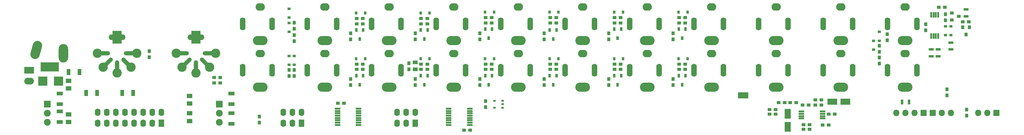
<source format=gbs>
G04 #@! TF.FileFunction,Soldermask,Bot*
%FSLAX46Y46*%
G04 Gerber Fmt 4.6, Leading zero omitted, Abs format (unit mm)*
G04 Created by KiCad (PCBNEW 4.0.2-stable) date 2019-09-27 10:43:36 AM*
%MOMM*%
G01*
G04 APERTURE LIST*
%ADD10C,0.200000*%
%ADD11R,0.900000X1.000000*%
%ADD12R,1.350000X1.100000*%
%ADD13R,1.000000X0.900000*%
%ADD14R,1.100000X1.700000*%
%ADD15R,1.700000X1.100000*%
%ADD16R,1.700000X2.700000*%
%ADD17R,2.700000X1.700000*%
%ADD18R,5.180000X2.640000*%
%ADD19O,2.640000X5.180000*%
%ADD20C,2.640000*%
%ADD21R,0.862000X0.709600*%
%ADD22R,0.709600X0.862000*%
%ADD23R,2.497760X2.497760*%
%ADD24R,1.600000X2.100000*%
%ADD25O,1.600000X2.100000*%
%ADD26O,4.100000X2.600000*%
%ADD27O,2.600000X2.100000*%
%ADD28O,1.600000X3.600000*%
%ADD29R,1.497000X1.243000*%
%ADD30R,2.700000X1.900000*%
%ADD31O,2.700000X1.900000*%
%ADD32R,1.800000X1.800000*%
%ADD33O,1.800000X1.800000*%
%ADD34R,0.801040X1.100760*%
%ADD35R,1.400000X0.800000*%
%ADD36R,2.900000X1.700000*%
%ADD37R,1.600000X0.550000*%
%ADD38C,2.600000*%
%ADD39R,2.600000X3.600000*%
%ADD40O,4.700000X1.550000*%
%ADD41O,4.400000X1.200000*%
%ADD42O,1.200000X4.400000*%
%ADD43C,1.200000*%
%ADD44R,1.900000X1.900000*%
%ADD45C,1.900000*%
%ADD46R,0.800000X1.400000*%
%ADD47R,1.550000X0.550000*%
%ADD48R,0.550000X1.550000*%
%ADD49R,0.800000X0.610000*%
G04 APERTURE END LIST*
D10*
D11*
X120500000Y-76700000D03*
X120500000Y-75000000D03*
D12*
X122250000Y-76750000D03*
X122250000Y-74750000D03*
D13*
X66150000Y-79000000D03*
X67850000Y-79000000D03*
X137600000Y-93750000D03*
X135900000Y-93750000D03*
X100650000Y-86250000D03*
X102350000Y-86250000D03*
D14*
X25500000Y-77500000D03*
X28500000Y-77500000D03*
D15*
X23000000Y-86500000D03*
X23000000Y-83500000D03*
X70950000Y-83500000D03*
X70950000Y-86500000D03*
X23000000Y-91500000D03*
X23000000Y-88500000D03*
X70950000Y-92000000D03*
X70950000Y-89000000D03*
D14*
X33400000Y-83300000D03*
X30400000Y-83300000D03*
X40500000Y-83300000D03*
X43500000Y-83300000D03*
D16*
X226250000Y-92800000D03*
X226250000Y-89200000D03*
D13*
X232350000Y-93500000D03*
X230650000Y-93500000D03*
X235950000Y-92300000D03*
X237650000Y-92300000D03*
X230400000Y-86750000D03*
X232100000Y-86750000D03*
X233900000Y-85250000D03*
X235600000Y-85250000D03*
X270050000Y-59400000D03*
X268350000Y-59400000D03*
D11*
X264750000Y-65800000D03*
X264750000Y-64100000D03*
D17*
X242300000Y-85750000D03*
X238700000Y-85750000D03*
D18*
X20250000Y-76060000D03*
D19*
X24060000Y-72250000D03*
D20*
X16768700Y-70023274D02*
X16111300Y-72476726D01*
D21*
X87000000Y-63755400D03*
X87000000Y-66244600D03*
X87000000Y-59755400D03*
X87000000Y-62244600D03*
X88500000Y-75494600D03*
X88500000Y-73005400D03*
X87000000Y-73005400D03*
X87000000Y-75494600D03*
D22*
X108244600Y-61000000D03*
X105755400Y-61000000D03*
X108244600Y-73750000D03*
X105755400Y-73750000D03*
X126244600Y-61000000D03*
X123755400Y-61000000D03*
X126244600Y-73750000D03*
X123755400Y-73750000D03*
X144244600Y-60750000D03*
X141755400Y-60750000D03*
X144244600Y-73750000D03*
X141755400Y-73750000D03*
X162244600Y-60750000D03*
X159755400Y-60750000D03*
X162244600Y-73750000D03*
X159755400Y-73750000D03*
X180244600Y-60750000D03*
X177755400Y-60750000D03*
X180244600Y-73750000D03*
X177755400Y-73750000D03*
X198244600Y-60750000D03*
X195755400Y-60750000D03*
X198244600Y-73750000D03*
X195755400Y-73750000D03*
D23*
X18300000Y-80040000D03*
X22699280Y-80040000D03*
D21*
X250200000Y-68755400D03*
X250200000Y-71244600D03*
X251750000Y-66255400D03*
X251750000Y-68744600D03*
X270250000Y-64705400D03*
X270250000Y-67194600D03*
X271750000Y-67194600D03*
X271750000Y-64705400D03*
D24*
X122290000Y-91770000D03*
D25*
X122290000Y-88730000D03*
X119750000Y-91770000D03*
X119750000Y-88730000D03*
X117210000Y-91770000D03*
X117210000Y-88730000D03*
D26*
X79000000Y-81700000D03*
D27*
X79000000Y-72300000D03*
D28*
X74100000Y-77000000D03*
X82300000Y-77000000D03*
D26*
X79000000Y-68700000D03*
D27*
X79000000Y-59300000D03*
D28*
X74100000Y-64000000D03*
X82300000Y-64000000D03*
D26*
X97000000Y-68700000D03*
D27*
X97000000Y-59300000D03*
D28*
X92100000Y-64000000D03*
X100300000Y-64000000D03*
D26*
X97000000Y-81700000D03*
D27*
X97000000Y-72300000D03*
D28*
X92100000Y-77000000D03*
X100300000Y-77000000D03*
D26*
X115000000Y-68700000D03*
D27*
X115000000Y-59300000D03*
D28*
X110100000Y-64000000D03*
X118300000Y-64000000D03*
D26*
X115000000Y-81700000D03*
D27*
X115000000Y-72300000D03*
D28*
X110100000Y-77000000D03*
X118300000Y-77000000D03*
D26*
X133000000Y-68700000D03*
D27*
X133000000Y-59300000D03*
D28*
X128100000Y-64000000D03*
X136300000Y-64000000D03*
D26*
X133000000Y-81700000D03*
D27*
X133000000Y-72300000D03*
D28*
X128100000Y-77000000D03*
X136300000Y-77000000D03*
D26*
X151000000Y-68700000D03*
D27*
X151000000Y-59300000D03*
D28*
X146100000Y-64000000D03*
X154300000Y-64000000D03*
D26*
X151000000Y-81700000D03*
D27*
X151000000Y-72300000D03*
D28*
X146100000Y-77000000D03*
X154300000Y-77000000D03*
D26*
X169000000Y-68700000D03*
D27*
X169000000Y-59300000D03*
D28*
X164100000Y-64000000D03*
X172300000Y-64000000D03*
D26*
X169000000Y-81700000D03*
D27*
X169000000Y-72300000D03*
D28*
X164100000Y-77000000D03*
X172300000Y-77000000D03*
D26*
X187000000Y-68700000D03*
D27*
X187000000Y-59300000D03*
D28*
X182100000Y-64000000D03*
X190300000Y-64000000D03*
D26*
X187000000Y-81700000D03*
D27*
X187000000Y-72300000D03*
D28*
X182100000Y-77000000D03*
X190300000Y-77000000D03*
D26*
X205000000Y-68700000D03*
D27*
X205000000Y-59300000D03*
D28*
X200100000Y-64000000D03*
X208300000Y-64000000D03*
D26*
X205000000Y-81700000D03*
D27*
X205000000Y-72300000D03*
D28*
X200100000Y-77000000D03*
X208300000Y-77000000D03*
D26*
X223000000Y-68700000D03*
D27*
X223000000Y-59300000D03*
D28*
X218100000Y-64000000D03*
X226300000Y-64000000D03*
D26*
X223000000Y-81700000D03*
D27*
X223000000Y-72300000D03*
D28*
X218100000Y-77000000D03*
X226300000Y-77000000D03*
D26*
X241000000Y-68700000D03*
D27*
X241000000Y-59300000D03*
D28*
X236100000Y-64000000D03*
X244300000Y-64000000D03*
D26*
X241000000Y-81700000D03*
D27*
X241000000Y-72300000D03*
D28*
X236100000Y-77000000D03*
X244300000Y-77000000D03*
D26*
X259000000Y-81700000D03*
D27*
X259000000Y-72300000D03*
D28*
X254100000Y-77000000D03*
X262300000Y-77000000D03*
D26*
X259000000Y-68700000D03*
D27*
X259000000Y-59300000D03*
D28*
X254100000Y-64000000D03*
X262300000Y-64000000D03*
D29*
X25500000Y-79920500D03*
X25500000Y-82079500D03*
X59250000Y-84170500D03*
X59250000Y-86329500D03*
X25500000Y-91479500D03*
X25500000Y-89320500D03*
X59250000Y-89020500D03*
X59250000Y-91179500D03*
D24*
X90540000Y-91770000D03*
D25*
X90540000Y-88730000D03*
X88000000Y-91770000D03*
X88000000Y-88730000D03*
X85460000Y-91770000D03*
X85460000Y-88730000D03*
D30*
X14500000Y-77000000D03*
D31*
X14500000Y-80040000D03*
D32*
X284480000Y-88900000D03*
D33*
X281940000Y-88900000D03*
X279400000Y-88900000D03*
D34*
X106750000Y-68270000D03*
X107702500Y-65730000D03*
X105797500Y-65730000D03*
X106750000Y-81020000D03*
X107702500Y-78480000D03*
X105797500Y-78480000D03*
X124750000Y-68270000D03*
X125702500Y-65730000D03*
X123797500Y-65730000D03*
X124750000Y-81020000D03*
X125702500Y-78480000D03*
X123797500Y-78480000D03*
X142750000Y-68020000D03*
X143702500Y-65480000D03*
X141797500Y-65480000D03*
X142750000Y-81020000D03*
X143702500Y-78480000D03*
X141797500Y-78480000D03*
X160750000Y-68270000D03*
X161702500Y-65730000D03*
X159797500Y-65730000D03*
X160750000Y-81020000D03*
X161702500Y-78480000D03*
X159797500Y-78480000D03*
X178750000Y-68020000D03*
X179702500Y-65480000D03*
X177797500Y-65480000D03*
X178750000Y-81020000D03*
X179702500Y-78480000D03*
X177797500Y-78480000D03*
X196750000Y-68020000D03*
X197702500Y-65480000D03*
X195797500Y-65480000D03*
X196750000Y-81020000D03*
X197702500Y-78480000D03*
X195797500Y-78480000D03*
D13*
X272000000Y-62900000D03*
X272000000Y-61000000D03*
X274000000Y-61950000D03*
D11*
X275050000Y-64950000D03*
X276950000Y-64950000D03*
X276000000Y-66950000D03*
X78750000Y-89900000D03*
X78750000Y-91600000D03*
D13*
X67850000Y-80500000D03*
X66150000Y-80500000D03*
D11*
X48000000Y-73350000D03*
X48000000Y-71650000D03*
X88500000Y-63650000D03*
X88500000Y-65350000D03*
X88500000Y-76900000D03*
X88500000Y-78600000D03*
D13*
X107600000Y-64000000D03*
X105900000Y-64000000D03*
X107600000Y-76750000D03*
X105900000Y-76750000D03*
X125600000Y-64000000D03*
X123900000Y-64000000D03*
X125600000Y-76750000D03*
X123900000Y-76750000D03*
X105900000Y-62500000D03*
X107600000Y-62500000D03*
X105900000Y-75250000D03*
X107600000Y-75250000D03*
X123900000Y-62500000D03*
X125600000Y-62500000D03*
X123900000Y-75250000D03*
X125600000Y-75250000D03*
D11*
X104250000Y-66650000D03*
X104250000Y-68350000D03*
X104250000Y-79400000D03*
X104250000Y-81100000D03*
X122250000Y-66650000D03*
X122250000Y-68350000D03*
X122250000Y-79400000D03*
X122250000Y-81100000D03*
D13*
X143600000Y-63750000D03*
X141900000Y-63750000D03*
X143600000Y-76750000D03*
X141900000Y-76750000D03*
X161600000Y-63750000D03*
X159900000Y-63750000D03*
X161600000Y-76750000D03*
X159900000Y-76750000D03*
X141900000Y-62250000D03*
X143600000Y-62250000D03*
X141900000Y-75250000D03*
X143600000Y-75250000D03*
X159900000Y-62250000D03*
X161600000Y-62250000D03*
X159900000Y-75250000D03*
X161600000Y-75250000D03*
D11*
X140250000Y-66650000D03*
X140250000Y-68350000D03*
X140250000Y-79400000D03*
X140250000Y-81100000D03*
X158250000Y-66650000D03*
X158250000Y-68350000D03*
X158250000Y-79400000D03*
X158250000Y-81100000D03*
D13*
X179600000Y-63750000D03*
X177900000Y-63750000D03*
X179600000Y-76750000D03*
X177900000Y-76750000D03*
X197600000Y-63750000D03*
X195900000Y-63750000D03*
X197600000Y-76750000D03*
X195900000Y-76750000D03*
X177900000Y-62250000D03*
X179600000Y-62250000D03*
X177900000Y-75250000D03*
X179600000Y-75250000D03*
X195900000Y-62250000D03*
X197600000Y-62250000D03*
X195900000Y-75250000D03*
X197600000Y-75250000D03*
D11*
X176250000Y-66650000D03*
X176250000Y-68350000D03*
X176250000Y-79400000D03*
X176250000Y-81100000D03*
X194250000Y-66650000D03*
X194250000Y-68350000D03*
X194250000Y-79400000D03*
X194250000Y-81100000D03*
D13*
X221150000Y-88000000D03*
X222850000Y-88000000D03*
X221150000Y-89250000D03*
X222850000Y-89250000D03*
X223650000Y-86000000D03*
X225350000Y-86000000D03*
X228600000Y-86000000D03*
X226900000Y-86000000D03*
X230650000Y-92250000D03*
X232350000Y-92250000D03*
X239350000Y-89250000D03*
X237650000Y-89250000D03*
X235600000Y-86750000D03*
X233900000Y-86750000D03*
D11*
X251750000Y-71850000D03*
X251750000Y-70150000D03*
X251750000Y-75100000D03*
X251750000Y-73400000D03*
X254000000Y-66900000D03*
X254000000Y-68600000D03*
X270700000Y-84050000D03*
X270700000Y-82350000D03*
X270250000Y-61350000D03*
X270250000Y-63050000D03*
D13*
X276750000Y-63400000D03*
X275050000Y-63400000D03*
D11*
X276200000Y-89650000D03*
X276200000Y-87950000D03*
D35*
X276000000Y-60000000D03*
X276000000Y-61900000D03*
X271750000Y-71150000D03*
X271750000Y-69250000D03*
X266300000Y-71150000D03*
X266300000Y-73050000D03*
X268200000Y-71150000D03*
X268200000Y-73050000D03*
D36*
X213750000Y-84000000D03*
D37*
X106450000Y-87725000D03*
X106450000Y-88375000D03*
X106450000Y-89025000D03*
X106450000Y-89675000D03*
X106450000Y-90325000D03*
X106450000Y-90975000D03*
X106450000Y-91625000D03*
X106450000Y-92275000D03*
X100550000Y-92275000D03*
X100550000Y-91625000D03*
X100550000Y-90975000D03*
X100550000Y-90325000D03*
X100550000Y-89675000D03*
X100550000Y-89025000D03*
X100550000Y-88375000D03*
X100550000Y-87725000D03*
X131550000Y-92275000D03*
X131550000Y-91625000D03*
X131550000Y-90975000D03*
X131550000Y-90325000D03*
X131550000Y-89675000D03*
X131550000Y-89025000D03*
X131550000Y-88375000D03*
X131550000Y-87725000D03*
X137450000Y-87725000D03*
X137450000Y-88375000D03*
X137450000Y-89025000D03*
X137450000Y-89675000D03*
X137450000Y-90325000D03*
X137450000Y-90975000D03*
X137450000Y-91625000D03*
X137450000Y-92275000D03*
D38*
X33500000Y-72250000D03*
X44500000Y-72250000D03*
X39000000Y-77750000D03*
D39*
X39000000Y-67750000D03*
D38*
X35110000Y-76140000D03*
X42890000Y-76140000D03*
D40*
X39000000Y-67750000D03*
D41*
X34900000Y-72250000D03*
X43100000Y-72250000D03*
D42*
X39000000Y-76350000D03*
D43*
X34968629Y-76281371D02*
X37231371Y-74018629D01*
X40768629Y-74018629D02*
X43031371Y-76281371D01*
D38*
X55500000Y-72250000D03*
X66500000Y-72250000D03*
X61000000Y-77750000D03*
D39*
X61000000Y-67750000D03*
D38*
X57110000Y-76140000D03*
X64890000Y-76140000D03*
D40*
X61000000Y-67750000D03*
D41*
X56900000Y-72250000D03*
X65100000Y-72250000D03*
D42*
X61000000Y-76350000D03*
D43*
X56968629Y-76281371D02*
X59231371Y-74018629D01*
X62768629Y-74018629D02*
X65031371Y-76281371D01*
D44*
X67530000Y-86460000D03*
D45*
X67530000Y-89000000D03*
X67530000Y-91540000D03*
D44*
X19580000Y-86460000D03*
D45*
X19580000Y-89000000D03*
X19580000Y-91540000D03*
D32*
X264160000Y-88900000D03*
D33*
X261620000Y-88900000D03*
X259080000Y-88900000D03*
X256540000Y-88900000D03*
D32*
X266700000Y-88900000D03*
D33*
X269240000Y-88900000D03*
X271780000Y-88900000D03*
D46*
X258150000Y-85900000D03*
X260050000Y-85900000D03*
D11*
X88500000Y-67150000D03*
X88500000Y-68850000D03*
X87000000Y-78600000D03*
X87000000Y-76900000D03*
D25*
X33610000Y-88730000D03*
X33610000Y-91770000D03*
X36150000Y-91770000D03*
X36150000Y-88730000D03*
X38690000Y-88730000D03*
X38690000Y-91770000D03*
X41230000Y-91770000D03*
X41230000Y-88730000D03*
X43770000Y-88730000D03*
X43770000Y-91770000D03*
D24*
X51390000Y-91770000D03*
D25*
X51390000Y-88730000D03*
X48850000Y-91770000D03*
X48850000Y-88730000D03*
X46310000Y-91770000D03*
X46310000Y-88730000D03*
D47*
X230050000Y-90475000D03*
X230050000Y-89825000D03*
X230050000Y-89175000D03*
X230050000Y-88525000D03*
X235950000Y-88525000D03*
X235950000Y-89175000D03*
X235950000Y-89825000D03*
X235950000Y-90475000D03*
D48*
X268225000Y-67400000D03*
X267575000Y-67400000D03*
X266925000Y-67400000D03*
X266275000Y-67400000D03*
X266275000Y-61500000D03*
X266925000Y-61500000D03*
X267575000Y-61500000D03*
X268225000Y-61500000D03*
D49*
X146660000Y-85550000D03*
X146660000Y-86500000D03*
X146660000Y-87450000D03*
X144340000Y-87450000D03*
X144340000Y-85550000D03*
D11*
X141900000Y-85650000D03*
X141900000Y-87350000D03*
M02*

</source>
